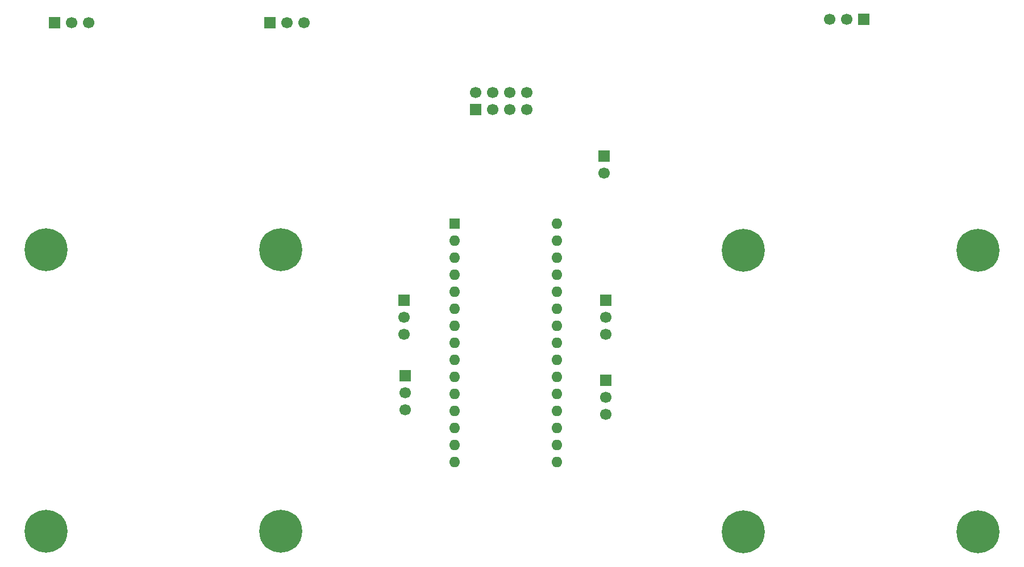
<source format=gbs>
%TF.GenerationSoftware,KiCad,Pcbnew,9.0.5*%
%TF.CreationDate,2025-12-09T20:55:15+01:00*%
%TF.ProjectId,Manette drone Robotech,4d616e65-7474-4652-9064-726f6e652052,rev?*%
%TF.SameCoordinates,Original*%
%TF.FileFunction,Soldermask,Bot*%
%TF.FilePolarity,Negative*%
%FSLAX46Y46*%
G04 Gerber Fmt 4.6, Leading zero omitted, Abs format (unit mm)*
G04 Created by KiCad (PCBNEW 9.0.5) date 2025-12-09 20:55:15*
%MOMM*%
%LPD*%
G01*
G04 APERTURE LIST*
%ADD10C,6.400000*%
%ADD11R,1.600000X1.600000*%
%ADD12O,1.600000X1.600000*%
%ADD13R,1.700000X1.700000*%
%ADD14C,1.700000*%
G04 APERTURE END LIST*
D10*
%TO.C,H3*%
X170100000Y-58500000D03*
%TD*%
D11*
%TO.C,A1*%
X92100000Y-54500000D03*
D12*
X92100000Y-57040000D03*
X92100000Y-59580000D03*
X92100000Y-62120000D03*
X92100000Y-64660000D03*
X92100000Y-67200000D03*
X92100000Y-69740000D03*
X92100000Y-72280000D03*
X92100000Y-74820000D03*
X92100000Y-77360000D03*
X92100000Y-79900000D03*
X92100000Y-82440000D03*
X92100000Y-84980000D03*
X92100000Y-87520000D03*
X92100000Y-90060000D03*
X107340000Y-90060000D03*
X107340000Y-87520000D03*
X107340000Y-84980000D03*
X107340000Y-82440000D03*
X107340000Y-79900000D03*
X107340000Y-77360000D03*
X107340000Y-74820000D03*
X107340000Y-72280000D03*
X107340000Y-69740000D03*
X107340000Y-67200000D03*
X107340000Y-64660000D03*
X107340000Y-62120000D03*
X107340000Y-59580000D03*
X107340000Y-57040000D03*
X107340000Y-54500000D03*
%TD*%
D13*
%TO.C,GP_POT1*%
X153100000Y-24000000D03*
D14*
X150560000Y-24000000D03*
X148020000Y-24000000D03*
%TD*%
D10*
%TO.C,H7*%
X66200000Y-58400000D03*
%TD*%
%TO.C,H5*%
X31200000Y-58400000D03*
%TD*%
D13*
%TO.C,SW1*%
X32520000Y-24500000D03*
D14*
X35060000Y-24500000D03*
X37600000Y-24500000D03*
%TD*%
D10*
%TO.C,H4*%
X31200000Y-100400000D03*
%TD*%
D13*
%TO.C,SW2*%
X64560000Y-24500000D03*
D14*
X67100000Y-24500000D03*
X69640000Y-24500000D03*
%TD*%
D13*
%TO.C,J2*%
X114340000Y-44400000D03*
D14*
X114340000Y-46940000D03*
%TD*%
D13*
%TO.C,JL2*%
X84600000Y-65920000D03*
D14*
X84600000Y-68460000D03*
X84600000Y-71000000D03*
%TD*%
D13*
%TO.C,JR2*%
X114600000Y-65960000D03*
D14*
X114600000Y-68500000D03*
X114600000Y-71040000D03*
%TD*%
D10*
%TO.C,H8*%
X66200000Y-100400000D03*
%TD*%
%TO.C,H6*%
X170100000Y-100500000D03*
%TD*%
D13*
%TO.C,JR1*%
X114600000Y-77880000D03*
D14*
X114600000Y-80420000D03*
X114600000Y-82960000D03*
%TD*%
D13*
%TO.C,J1*%
X95220000Y-37440000D03*
D14*
X95220000Y-34900000D03*
X97760000Y-37440000D03*
X97760000Y-34900000D03*
X100300000Y-37440000D03*
X100300000Y-34900000D03*
X102840000Y-37440000D03*
X102840000Y-34900000D03*
%TD*%
D10*
%TO.C,H2*%
X135100000Y-100500000D03*
%TD*%
D13*
%TO.C,JL1*%
X84700000Y-77160000D03*
D14*
X84700000Y-79700000D03*
X84700000Y-82240000D03*
%TD*%
D10*
%TO.C,H1*%
X135100000Y-58500000D03*
%TD*%
M02*

</source>
